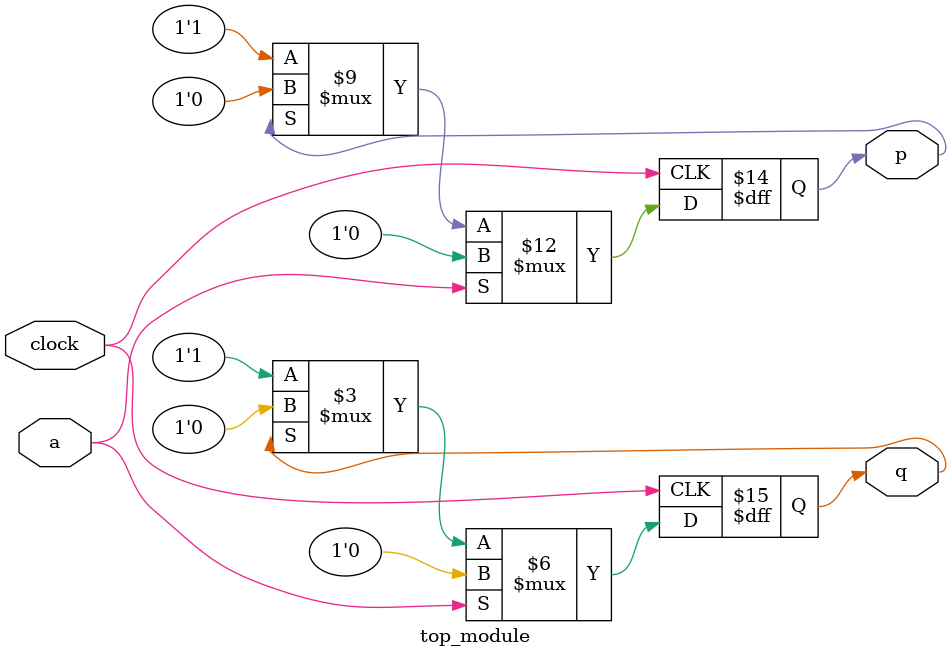
<source format=sv>
module top_module (
	input clock,
	input a, 
	output reg p,
	output reg q
);

always @(posedge clock) begin
    if (a) begin
        p <= 0;
        q <= 0;
    end else begin
        if (p) begin
            p <= 0;
        end else begin
            p <= 1;
        end
        
        if (q) begin
            q <= 0;
        end else begin
            q <= 1;
        end
    end
end

endmodule

</source>
